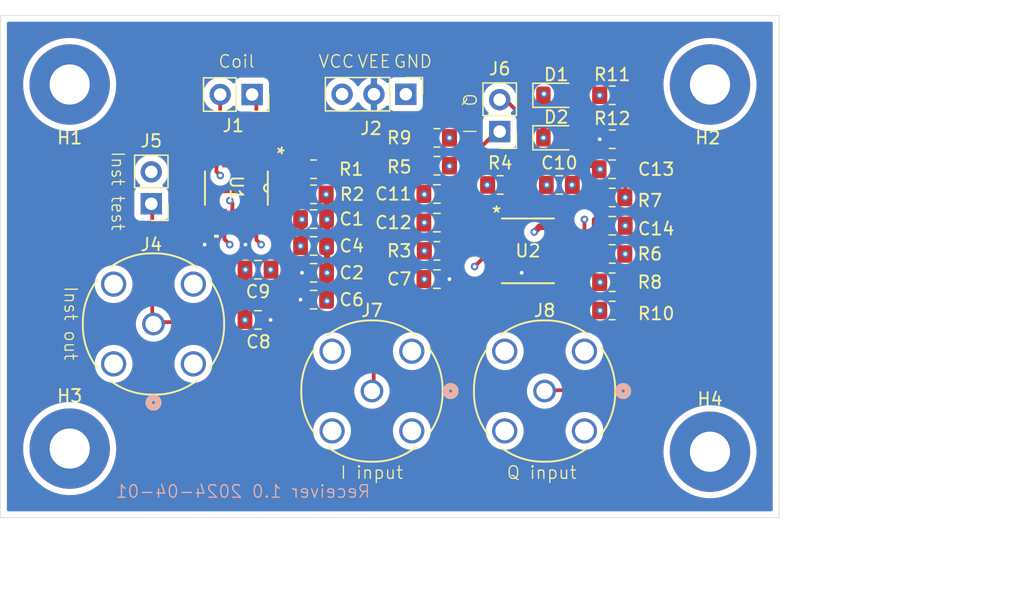
<source format=kicad_pcb>
(kicad_pcb (version 20240108) (generator "pcbnew") (generator_version "8.0")
  (layers (0 "F.Cu" signal) (1 "In1.Cu" power "GND") (2 "In2.Cu" power "VCC") (31 "B.Cu" power "VEE") (34 "B.Paste" user) (35 "F.Paste" user) (36 "B.SilkS" user "B.Silkscreen") (37 "F.SilkS" user "F.Silkscreen") (38 "B.Mask" user) (39 "F.Mask" user) (44 "Edge.Cuts" user))
  (net 0 "")
  (net 1 "GND")
  (net 2 "VCC")
  (net 3 "VEE")
  (net 4 "/I_Filter_Out")
  (net 5 "Net-(C11-Pad2)")
  (net 6 "Net-(U2--INA)")
  (net 7 "/Q_Filter_Out")
  (net 8 "Net-(C13-Pad2)")
  (net 9 "Net-(U2--INB)")
  (net 10 "/INB")
  (net 11 "/INA")
  (net 12 "/Inst_Out")
  (net 13 "/I_Filter_In")
  (net 14 "/Q_Filter_In")
  (net 15 "Net-(U1-OUTA)")
  (net 16 "Net-(U1-INC+)")
  (net 17 "Net-(U2-+INA)")
  (net 18 "Net-(U2-+INB)")
  (net 19 "Net-(U1-INC-)")
  (net 20 "Net-(U1-INA-)")
  (net 24 "Net-(D1-A)")
  (net 25 "Net-(D2-A)")
  (footprint "MountingHole:MountingHole_3.2mm_M3_Pad" (layer "F.Cu") (at 194.5 70.5)
    (property "Reference" "H2" (at -0.175 4.25 0) (layer "F.SilkS"))
    (property "Value" "MountingHole")
    (pad "1" thru_hole circle (at 0 0) (size 6.4 6.4) (drill 3.2) (layers "*.Cu" "*.Mask"))
  )
  (footprint "Capacitor_SMD:C_0805_2012Metric_Pad1.18x1.45mm_HandSolder" (layer "F.Cu") (at 158.5 85.25 180)
    (property "Reference" "C9" (at 0 -1.75 180) (layer "F.SilkS"))
    (property "Value" "6.8u")
    (fp_line (start -0.261252 0.735) (end 0.261252 0.735) (stroke (width 0.12)) (layer "F.SilkS"))
    (fp_line (start -0.261252 -0.735) (end 0.261252 -0.735) (stroke (width 0.12)) (layer "F.SilkS"))
    (pad "1" smd roundrect (at -1.0375 0 180) (size 1.175 1.45) (layers "F.Cu" "F.Paste" "F.Mask") (roundrect_rratio 0.212766) (net 2 "VCC"))
    (pad "2" smd roundrect (at 1.0375 0 180) (size 1.175 1.45) (layers "F.Cu" "F.Paste" "F.Mask") (roundrect_rratio 0.212766) (net 1 "GND"))
  )
  (footprint "Connector_PinHeader_2.54mm:PinHeader_1x02_P2.54mm_Vertical" (layer "F.Cu") (at 177.75 74.25 180)
    (property "Reference" "J6" (at 0 5 180) (layer "F.SilkS"))
    (property "Value" "Conn_01x02")
    (fp_line (start 1.33 1.27) (end 1.33 3.87) (stroke (width 0.12)) (layer "F.SilkS"))
    (fp_line (start -1.33 3.87) (end 1.33 3.87) (stroke (width 0.12)) (layer "F.SilkS"))
    (fp_line (start -1.33 1.27) (end 1.33 1.27) (stroke (width 0.12)) (layer "F.SilkS"))
    (fp_line (start -1.33 1.27) (end -1.33 3.87) (stroke (width 0.12)) (layer "F.SilkS"))
    (fp_line (start -1.33 0) (end -1.33 -1.33) (stroke (width 0.12)) (layer "F.SilkS"))
    (fp_line (start -1.33 -1.33) (end 0 -1.33) (stroke (width 0.12)) (layer "F.SilkS"))
    (pad "1" thru_hole rect (at 0 0 180) (size 1.7 1.7) (drill 1) (layers "*.Cu" "*.Mask") (net 4 "/I_Filter_Out"))
    (pad "2" thru_hole oval (at 0 2.54 180) (size 1.7 1.7) (drill 1) (layers "*.Cu" "*.Mask") (net 7 "/Q_Filter_Out"))
  )
  (footprint "Resistor_SMD:R_0805_2012Metric_Pad1.20x1.40mm_HandSolder" (layer "F.Cu") (at 172.75 74.75 180)
    (property "Reference" "R9" (at 3 0 180) (layer "F.SilkS"))
    (property "Value" "50")
    (fp_line (start -0.227064 0.735) (end 0.227064 0.735) (stroke (width 0.12)) (layer "F.SilkS"))
    (fp_line (start -0.227064 -0.735) (end 0.227064 -0.735) (stroke (width 0.12)) (layer "F.SilkS"))
    (pad "1" smd roundrect (at -1 0 180) (size 1.2 1.4) (layers "F.Cu" "F.Paste" "F.Mask") (roundrect_rratio 0.208333) (net 1 "GND"))
    (pad "2" smd roundrect (at 1 0 180) (size 1.2 1.4) (layers "F.Cu" "F.Paste" "F.Mask") (roundrect_rratio 0.208333) (net 13 "/I_Filter_In"))
  )
  (footprint "Capacitor_SMD:C_0805_2012Metric_Pad1.18x1.45mm_HandSolder" (layer "F.Cu") (at 172.75 86 180)
    (property "Reference" "C7" (at 3 0 180) (layer "F.SilkS"))
    (property "Value" "0.1u")
    (fp_line (start -0.261252 0.735) (end 0.261252 0.735) (stroke (width 0.12)) (layer "F.SilkS"))
    (fp_line (start -0.261252 -0.735) (end 0.261252 -0.735) (stroke (width 0.12)) (layer "F.SilkS"))
    (pad "1" smd roundrect (at -1.0375 0 180) (size 1.175 1.45) (layers "F.Cu" "F.Paste" "F.Mask") (roundrect_rratio 0.212766) (net 3 "VEE"))
    (pad "2" smd roundrect (at 1.0375 0 180) (size 1.175 1.45) (layers "F.Cu" "F.Paste" "F.Mask") (roundrect_rratio 0.212766) (net 1 "GND"))
  )
  (footprint "Capacitor_SMD:C_0805_2012Metric_Pad1.18x1.45mm_HandSolder" (layer "F.Cu") (at 182.5 78.5)
    (property "Reference" "C10" (at 0 -1.75 0) (layer "F.SilkS"))
    (property "Value" "0.1u")
    (fp_line (start -0.261252 -0.735) (end 0.261252 -0.735) (stroke (width 0.12)) (layer "F.SilkS"))
    (fp_line (start -0.261252 0.735) (end 0.261252 0.735) (stroke (width 0.12)) (layer "F.SilkS"))
    (pad "1" smd roundrect (at -1.0375 0) (size 1.175 1.45) (layers "F.Cu" "F.Paste" "F.Mask") (roundrect_rratio 0.212766) (net 2 "VCC"))
    (pad "2" smd roundrect (at 1.0375 0) (size 1.175 1.45) (layers "F.Cu" "F.Paste" "F.Mask") (roundrect_rratio 0.212766) (net 1 "GND"))
  )
  (footprint "Resistor_SMD:R_0805_2012Metric_Pad1.20x1.40mm_HandSolder" (layer "F.Cu") (at 186.7125 71.36)
    (property "Reference" "R11" (at 0 -1.65 0) (layer "F.SilkS"))
    (property "Value" "4.7k")
    (fp_line (start -0.227064 -0.735) (end 0.227064 -0.735) (stroke (width 0.12)) (layer "F.SilkS"))
    (fp_line (start -0.227064 0.735) (end 0.227064 0.735) (stroke (width 0.12)) (layer "F.SilkS"))
    (pad "1" smd roundrect (at -1 0) (size 1.2 1.4) (layers "F.Cu" "F.Paste" "F.Mask") (roundrect_rratio 0.208333) (net 2 "VCC"))
    (pad "2" smd roundrect (at 1 0) (size 1.2 1.4) (layers "F.Cu" "F.Paste" "F.Mask") (roundrect_rratio 0.208333) (net 24 "Net-(D1-A)"))
  )
  (footprint "Resistor_SMD:R_0805_2012Metric_Pad1.20x1.40mm_HandSolder" (layer "F.Cu") (at 186.7125 79.5)
    (property "Reference" "R7" (at 3 0.25 0) (layer "F.SilkS"))
    (property "Value" "10k")
    (fp_line (start -0.227064 -0.735) (end 0.227064 -0.735) (stroke (width 0.12)) (layer "F.SilkS"))
    (fp_line (start -0.227064 0.735) (end 0.227064 0.735) (stroke (width 0.12)) (layer "F.SilkS"))
    (pad "1" smd roundrect (at -1 0) (size 1.2 1.4) (layers "F.Cu" "F.Paste" "F.Mask") (roundrect_rratio 0.208333) (net 9 "Net-(U2--INB)"))
    (pad "2" smd roundrect (at 1 0) (size 1.2 1.4) (layers "F.Cu" "F.Paste" "F.Mask") (roundrect_rratio 0.208333) (net 8 "Net-(C13-Pad2)"))
  )
  (footprint "Capacitor_SMD:C_0805_2012Metric_Pad1.18x1.45mm_HandSolder" (layer "F.Cu") (at 162.925 81.22131)
    (property "Reference" "C1" (at 3.0375 0 0) (layer "F.SilkS"))
    (property "Value" "0.1u")
    (fp_line (start -0.261252 -0.735) (end 0.261252 -0.735) (stroke (width 0.12)) (layer "F.SilkS"))
    (fp_line (start -0.261252 0.735) (end 0.261252 0.735) (stroke (width 0.12)) (layer "F.SilkS"))
    (pad "1" smd roundrect (at -1.0375 0) (size 1.175 1.45) (layers "F.Cu" "F.Paste" "F.Mask") (roundrect_rratio 0.212766) (net 2 "VCC"))
    (pad "2" smd roundrect (at 1.0375 0) (size 1.175 1.45) (layers "F.Cu" "F.Paste" "F.Mask") (roundrect_rratio 0.212766) (net 1 "GND"))
  )
  (footprint "Resistor_SMD:R_0805_2012Metric_Pad1.20x1.40mm_HandSolder" (layer "F.Cu") (at 172.75 76.97)
    (property "Reference" "R5" (at -3 0.1 0) (layer "F.SilkS"))
    (property "Value" "10k")
    (fp_line (start -0.227064 -0.735) (end 0.227064 -0.735) (stroke (width 0.12)) (layer "F.SilkS"))
    (fp_line (start -0.227064 0.735) (end 0.227064 0.735) (stroke (width 0.12)) (layer "F.SilkS"))
    (pad "1" smd roundrect (at -1 0) (size 1.2 1.4) (layers "F.Cu" "F.Paste" "F.Mask") (roundrect_rratio 0.208333) (net 13 "/I_Filter_In"))
    (pad "2" smd roundrect (at 1 0) (size 1.2 1.4) (layers "F.Cu" "F.Paste" "F.Mask") (roundrect_rratio 0.208333) (net 5 "Net-(C11-Pad2)"))
  )
  (footprint "OPA3692 SSOP:DBQ16" (layer "F.Cu") (at 156.7775 78.75 -90)
    (property "Reference" "U1" (at 0 0 -90) (layer "F.SilkS"))
    (property "Value" "OPA3692ID")
    (fp_line (start -1.334151 2.5019) (end 1.334151 2.5019) (stroke (width 0.1524)) (layer "F.SilkS"))
    (fp_line (start 1.334151 -2.5019) (end -1.334151 -2.5019) (stroke (width 0.1524)) (layer "F.SilkS"))
    (fp_arc (start 0.3048 -2.5019) (mid 0 -2.1971) (end -0.3048 -2.5019) (stroke (width 0.1524)) (layer "F.SilkS"))
    (fp_poly (pts (xy 3.9624 1.397) (xy 3.9624 1.778) (xy 3.7084 1.778) (xy 3.7084 1.397)) (fill solid) (layer "F.SilkS"))
    (fp_text user "*" (at -3 -3.2225 -90) (layer "F.SilkS"))
    (pad "1" smd rect (at -2.5527 -2.2225 270) (size 1.8034 0.3556) (layers "F.Cu" "F.Paste" "F.Mask") (net 20 "Net-(U1-INA-)"))
    (pad "2" smd rect (at -2.5527 -1.5875 270) (size 1.8034 0.3556) (layers "F.Cu" "F.Paste" "F.Mask") (net 11 "/INA"))
    (pad "3" smd rect (at -2.5527 -0.9525 270) (size 1.8034 0.3556) (layers "F.Cu" "F.Paste" "F.Mask"))
    (pad "4" smd rect (at -2.5527 -0.3175 270) (size 1.8034 0.3556) (layers "F.Cu" "F.Paste" "F.Mask") (net 20 "Net-(U1-INA-)"))
    (pad "5" smd rect (at -2.5527 0.3175 270) (size 1.8034 0.3556) (layers "F.Cu" "F.Paste" "F.Mask") (net 10 "/INB"))
    (pad "6" smd rect (at -2.5527 0.9525 270) (size 1.8034 0.3556) (layers "F.Cu" "F.Paste" "F.Mask"))
    (pad "7" smd rect (at -2.5527 1.5875 270) (size 1.8034 0.3556) (layers "F.Cu" "F.Paste" "F.Mask") (net 19 "Net-(U1-INC-)"))
    (pad "8" smd rect (at -2.5527 2.2225 270) (size 1.8034 0.3556) (layers "F.Cu" "F.Paste" "F.Mask") (net 16 "Net-(U1-INC+)"))
    (pad "9" smd rect (at 2.5527 2.2225 270) (size 1.8034 0.3556) (layers "F.Cu" "F.Paste" "F.Mask") (net 3 "VEE"))
    (pad "10" smd rect (at 2.5527 1.5875 270) (size 1.8034 0.3556) (layers "F.Cu" "F.Paste" "F.Mask") (net 12 "/Inst_Out"))
    (pad "11" smd rect (at 2.5527 0.9525 270) (size 1.8034 0.3556) (layers "F.Cu" "F.Paste" "F.Mask") (net 2 "VCC"))
    (pad "12" smd rect (at 2.5527 0.3175 270) (size 1.8034 0.3556) (layers "F.Cu" "F.Paste" "F.Mask") (net 19 "Net-(U1-INC-)"))
    (pad "13" smd rect (at 2.5527 -0.3175 270) (size 1.8034 0.3556) (layers "F.Cu" "F.Paste" "F.Mask") (net 3 "VEE"))
    (pad "14" smd rect (at 2.5527 -0.9525 270) (size 1.8034 0.3556) (layers "F.Cu" "F.Paste" "F.Mask") (net 15 "Net-(U1-OUTA)"))
    (pad "15" smd rect (at 2.5527 -1.5875 270) (size 1.8034 0.3556) (layers "F.Cu" "F.Paste" "F.Mask") (net 2 "VCC"))
    (pad "16" smd rect (at 2.5527 -2.2225 270) (size 1.8034 0.3556) (layers "F.Cu" "F.Paste" "F.Mask"))
  )
  (footprint "AD8692:R-8_ADI" (layer "F.Cu") (at 180 83.75)
    (property "Reference" "U2" (at 0 0 0) (layer "F.SilkS"))
    (property "Value" "AD8692ARZ")
    (fp_line (start -2.077 2.577) (end 2.077 2.577) (stroke (width 0.1524)) (layer "F.SilkS"))
    (fp_line (start 2.077 -2.577) (end -2.077 -2.577) (stroke (width 0.1524)) (layer "F.SilkS"))
    (fp_text user "*" (at -2.5 -3 0) (layer "F.SilkS"))
    (pad "1" smd rect (at -2.464999 -1.905) (size 1.9812 0.5508) (layers "F.Cu" "F.Paste" "F.Mask") (net 4 "/I_Filter_Out"))
    (pad "2" smd rect (at -2.464999 -0.635) (size 1.9812 0.5508) (layers "F.Cu" "F.Paste" "F.Mask") (net 6 "Net-(U2--INA)"))
    (pad "3" smd rect (at -2.464999 0.635) (size 1.9812 0.5508) (layers "F.Cu" "F.Paste" "F.Mask") (net 17 "Net-(U2-+INA)"))
    (pad "4" smd rect (at -2.464999 1.905) (size 1.9812 0.5508) (layers "F.Cu" "F.Paste" "F.Mask") (net 3 "VEE"))
    (pad "5" smd rect (at 2.464999 1.905) (size 1.9812 0.5508) (layers "F.Cu" "F.Paste" "F.Mask") (net 18 "Net-(U2-+INB)"))
    (pad "6" smd rect (at 2.464999 0.635) (size 1.9812 0.5508) (layers "F.Cu" "F.Paste" "F.Mask") (net 9 "Net-(U2--INB)"))
    (pad "7" smd rect (at 2.464999 -0.635) (size 1.9812 0.5508) (layers "F.Cu" "F.Paste" "F.Mask") (net 7 "/Q_Filter_Out"))
    (pad "8" smd rect (at 2.464999 -1.905) (size 1.9812 0.5508) (layers "F.Cu" "F.Paste" "F.Mask") (net 2 "VCC"))
  )
  (footprint "Capacitor_SMD:C_0805_2012Metric_Pad1.18x1.45mm_HandSolder" (layer "F.Cu") (at 186.7125 81.75)
    (property "Reference" "C14" (at 3.5 0.25 0) (layer "F.SilkS"))
    (property "Value" "113n")
    (fp_line (start -0.261252 -0.735) (end 0.261252 -0.735) (stroke (width 0.12)) (layer "F.SilkS"))
    (fp_line (start -0.261252 0.735) (end 0.261252 0.735) (stroke (width 0.12)) (layer "F.SilkS"))
    (pad "1" smd roundrect (at -1.0375 0) (size 1.175 1.45) (layers "F.Cu" "F.Paste" "F.Mask") (roundrect_rratio 0.212766) (net 9 "Net-(U2--INB)"))
    (pad "2" smd roundrect (at 1.0375 0) (size 1.175 1.45) (layers "F.Cu" "F.Paste" "F.Mask") (roundrect_rratio 0.212766) (net 1 "GND"))
  )
  (footprint "LED_SMD:LED_0805_2012Metric_Pad1.15x1.40mm_HandSolder" (layer "F.Cu") (at 182.255 74.745)
    (property "Reference" "D2" (at 0 -1.65 0) (layer "F.SilkS"))
    (property "Value" "LED")
    (fp_line (start -1.86 -0.96) (end -1.86 0.96) (stroke (width 0.12)) (layer "F.SilkS"))
    (fp_line (start -1.86 0.96) (end 1 0.96) (stroke (width 0.12)) (layer "F.SilkS"))
    (fp_line (start 1 -0.96) (end -1.86 -0.96) (stroke (width 0.12)) (layer "F.SilkS"))
    (pad "1" smd roundrect (at -1.025 0) (size 1.15 1.4) (layers "F.Cu" "F.Paste" "F.Mask") (roundrect_rratio 0.217391) (net 1 "GND"))
    (pad "2" smd roundrect (at 1.025 0) (size 1.15 1.4) (layers "F.Cu" "F.Paste" "F.Mask") (roundrect_rratio 0.217391) (net 25 "Net-(D2-A)"))
  )
  (footprint "BNC 112404:CONN_112404_AMP" (layer "F.Cu") (at 150.175 89.575 -90)
    (property "Reference" "J4" (at -6.325 0.175 0) (layer "F.SilkS"))
    (property "Value" "Conn_Coaxial")
    (fp_circle (center 6.2611 0) (end 6.6421 0) (stroke (width 0.508)) (fill none) (layer "B.SilkS"))
    (fp_line (start -0.127 5.6261) (end 0.127 5.6261) (stroke (width 0.1524)) (layer "F.SilkS"))
    (fp_line (start 5.6261 0.127) (end 5.6261 -0.127) (stroke (width 0.1524)) (layer "F.SilkS"))
    (fp_line (start -5.6261 -0.127) (end -5.6261 0.127) (stroke (width 0.1524)) (layer "F.SilkS"))
    (fp_line (start 0.127 -5.6261) (end -0.127 -5.6261) (stroke (width 0.1524)) (layer "F.SilkS"))
    (fp_arc (start -0.126996 5.6261) (mid -1.908925 5.329389) (end -3.49856 4.47127) (stroke (width 0.1524)) (layer "F.SilkS"))
    (fp_arc (start 3.498563 4.471268) (mid 1.908928 5.329387) (end 0.127 5.6261) (stroke (width 0.1524)) (layer "F.SilkS"))
    (fp_arc (start -4.471268 3.498563) (mid -5.329387 1.908928) (end -5.6261 0.127) (stroke (width 0.1524)) (layer "F.SilkS"))
    (fp_arc (start 5.6261 0.127) (mid 5.329388 1.908926) (end 4.471271 3.498559) (stroke (width 0.1524)) (layer "F.SilkS"))
    (fp_arc (start -5.6261 -0.126996) (mid -5.329389 -1.908925) (end -4.47127 -3.49856) (stroke (width 0.1524)) (layer "F.SilkS"))
    (fp_arc (start 4.471268 -3.498563) (mid 5.329387 -1.908928) (end 5.6261 -0.127) (stroke (width 0.1524)) (layer "F.SilkS"))
    (fp_arc (start -3.498563 -4.471268) (mid -1.908928 -5.329387) (end -0.127 -5.6261) (stroke (width 0.1524)) (layer "F.SilkS"))
    (fp_arc (start 0.127 -5.6261) (mid 1.908928 -5.329387) (end 3.498563 -4.471268) (stroke (width 0.1524)) (layer "F.SilkS"))
    (fp_circle (center 6.2611 0) (end 6.6421 0) (stroke (width 0.508)) (fill none) (layer "F.SilkS"))
    (pad "1" thru_hole circle (at 0 0 270) (size 1.8034 1.8034) (drill 1.2954) (layers "*.Cu" "*.Mask") (net 12 "/Inst_Out"))
    (pad "2" thru_hole circle (at -3.175 -3.175 270) (size 2.0066 2.0066) (drill 1.4986) (layers "*.Cu" "*.Mask") (net 1 "GND"))
    (pad "3" thru_hole circle (at 3.175 -3.175 270) (size 2.0066 2.0066) (drill 1.4986) (layers "*.Cu" "*.Mask") (net 1 "GND"))
    (pad "4" thru_hole circle (at -3.175 3.175 270) (size 2.0066 2.0066) (drill 1.4986) (layers "*.Cu" "*.Mask") (net 1 "GND"))
    (pad "5" thru_hole circle (at 3.175 3.175 270) (size 2.0066 2.0066) (drill 1.4986) (layers "*.Cu" "*.Mask") (net 1 "GND"))
  )
  (footprint "Resistor_SMD:R_0805_2012Metric_Pad1.20x1.40mm_HandSolder" (layer "F.Cu") (at 186.7125 84)
    (property "Reference" "R6" (at 3 0 0) (layer "F.SilkS"))
    (property "Value" "20k")
    (fp_line (start -0.227064 -0.735) (end 0.227064 -0.735) (stroke (width 0.12)) (layer "F.SilkS"))
    (fp_line (start -0.227064 0.735) (end 0.227064 0.735) (stroke (width 0.12)) (layer "F.SilkS"))
    (pad "1" smd roundrect (at -1 0) (size 1.2 1.4) (layers "F.Cu" "F.Paste" "F.Mask") (roundrect_rratio 0.208333) (net 18 "Net-(U2-+INB)"))
    (pad "2" smd roundrect (at 1 0) (size 1.2 1.4) (layers "F.Cu" "F.Paste" "F.Mask") (roundrect_rratio 0.208333) (net 7 "/Q_Filter_Out"))
  )
  (footprint "Resistor_SMD:R_0805_2012Metric_Pad1.20x1.40mm_HandSolder" (layer "F.Cu") (at 177.7875 78.5)
    (property "Reference" "R4" (at 0 -1.75 0) (layer "F.SilkS"))
    (property "Value" "10k")
    (fp_line (start -0.227064 -0.735) (end 0.227064 -0.735) (stroke (width 0.12)) (layer "F.SilkS"))
    (fp_line (start -0.227064 0.735) (end 0.227064 0.735) (stroke (width 0.12)) (layer "F.SilkS"))
    (pad "1" smd roundrect (at -1 0) (size 1.2 1.4) (layers "F.Cu" "F.Paste" "F.Mask") (roundrect_rratio 0.208333) (net 5 "Net-(C11-Pad2)"))
    (pad "2" smd roundrect (at 1 0) (size 1.2 1.4) (layers "F.Cu" "F.Paste" "F.Mask") (roundrect_rratio 0.208333) (net 6 "Net-(U2--INA)"))
  )
  (footprint "Resistor_SMD:R_0805_2012Metric_Pad1.20x1.40mm_HandSolder" (layer "F.Cu") (at 172.75 83.75 180)
    (property "Reference" "R3" (at 3 0 180) (layer "F.SilkS"))
    (property "Value" "20k")
    (fp_line (start -0.227064 0.735) (end 0.227064 0.735) (stroke (width 0.12)) (layer "F.SilkS"))
    (fp_line (start -0.227064 -0.735) (end 0.227064 -0.735) (stroke (width 0.12)) (layer "F.SilkS"))
    (pad "1" smd roundrect (at -1 0 180) (size 1.2 1.4) (layers "F.Cu" "F.Paste" "F.Mask") (roundrect_rratio 0.208333) (net 4 "/I_Filter_Out"))
    (pad "2" smd roundrect (at 1 0 180) (size 1.2 1.4) (layers "F.Cu" "F.Paste" "F.Mask") (roundrect_rratio 0.208333) (net 17 "Net-(U2-+INA)"))
  )
  (footprint "LED_SMD:LED_0805_2012Metric_Pad1.15x1.40mm_HandSolder" (layer "F.Cu") (at 182.255 71.36)
    (property "Reference" "D1" (at 0 -1.65 0) (layer "F.SilkS"))
    (property "Value" "LED")
    (fp_line (start -1.86 -0.96) (end -1.86 0.96) (stroke (width 0.12)) (layer "F.SilkS"))
    (fp_line (start -1.86 0.96) (end 1 0.96) (stroke (width 0.12)) (layer "F.SilkS"))
    (fp_line (start 1 -0.96) (end -1.86 -0.96) (stroke (width 0.12)) (layer "F.SilkS"))
    (pad "1" smd roundrect (at -1.025 0) (size 1.15 1.4) (layers "F.Cu" "F.Paste" "F.Mask") (roundrect_rratio 0.217391) (net 1 "GND"))
    (pad "2" smd roundrect (at 1.025 0) (size 1.15 1.4) (layers "F.Cu" "F.Paste" "F.Mask") (roundrect_rratio 0.217391) (net 24 "Net-(D1-A)"))
  )
  (footprint "BNC 112404:CONN_112404_AMP" (layer "F.Cu") (at 181.325 94.9164)
    (property "Reference" "J8" (at 0 -6.4164 0) (layer "F.SilkS"))
    (property "Value" "Conn_Coaxial")
    (fp_circle (center 6.2611 0) (end 6.6421 0) (stroke (width 0.508)) (fill none) (layer "B.SilkS"))
    (fp_line (start -5.6261 -0.127) (end -5.6261 0.127) (stroke (width 0.1524)) (layer "F.SilkS"))
    (fp_line (start -0.127 5.6261) (end 0.127 5.6261) (stroke (width 0.1524)) (layer "F.SilkS"))
    (fp_line (start 0.127 -5.6261) (end -0.127 -5.6261) (stroke (width 0.1524)) (layer "F.SilkS"))
    (fp_line (start 5.6261 0.127) (end 5.6261 -0.127) (stroke (width 0.1524)) (layer "F.SilkS"))
    (fp_arc (start -5.6261 -0.126996) (mid -5.329389 -1.908925) (end -4.47127 -3.49856) (stroke (width 0.1524)) (layer "F.SilkS"))
    (fp_arc (start -4.471268 3.498563) (mid -5.329387 1.908928) (end -5.6261 0.127) (stroke (width 0.1524)) (layer "F.SilkS"))
    (fp_arc (start -3.498563 -4.471268) (mid -1.908928 -5.329387) (end -0.127 -5.6261) (stroke (width 0.1524)) (layer "F.SilkS"))
    (fp_arc (start -0.126996 5.6261) (mid -1.908925 5.329389) (end -3.49856 4.47127) (stroke (width 0.1524)) (layer "F.SilkS"))
    (fp_arc (start 0.127 -5.6261) (mid 1.908928 -5.329387) (end 3.498563 -4.471268) (stroke (width 0.1524)) (layer "F.SilkS"))
    (fp_arc (start 3.498563 4.471268) (mid 1.908928 5.329387) (end 0.127 5.6261) (stroke (width 0.1524)) (layer "F.SilkS"))
    (fp_arc (start 4.471268 -3.498563) (mid 5.329387 -1.908928) (end 5.6261 -0.127) (stroke (width 0.1524)) (layer "F.SilkS"))
    (fp_arc (start 5.6261 0.127) (mid 5.329388 1.908926) (end 4.471271 3.498559) (stroke (width 0.1524)) (layer "F.SilkS"))
    (fp_circle (center 6.2611 0) (end 6.6421 0) (stroke (width 0.508)) (fill none) (layer "F.SilkS"))
    (pad "1" thru_hole circle (at 0 0) (size 1.8034 1.8034) (drill 1.2954) (layers "*.Cu" "*.Mask") (net 14 "/Q_Filter_In"))
    (pad "2" thru_hole circle (at -3.175 -3.175) (size 2.0066 2.0066) (drill 1.4986) (layers "*.Cu" "*.Mask") (net 1 "GND"))
    (pad "3" thru_hole circle (at 3.175 -3.175) (size 2.0066 2.0066) (drill 1.4986) (layers "*.Cu" "*.Mask") (net 1 "GND"))
    (pad "4" thru_hole circle (at -3.175 3.175) (size 2.0066 2.0066) (drill 1.4986) (layers "*.Cu" "*.Mask") (net 1 "GND"))
    (pad "5" thru_hole circle (at 3.175 3.175) (size 2.0066 2.0066) (drill 1.4986) (layers "*.Cu" "*.Mask") (net 1 "GND"))
  )
  (footprint "Resistor_SMD:R_0805_2012Metric_Pad1.20x1.40mm_HandSolder" (layer "F.Cu") (at 186.7125 74.86)
    (property "Reference" "R12" (at 0 -1.65 0) (layer "F.SilkS"))
    (property "Value" "4.7k")
    (fp_line (start -0.227064 -0.735) (end 0.227064 -0.735) (stroke (width 0.12)) (layer "F.SilkS"))
    (fp_line (start -0.227064 0.735) (end 0.227064 0.735) (stroke (width 0.12)) (layer "F.SilkS"))
    (pad "1" smd roundrect (at -1 0) (size 1.2 1.4) (layers "F.Cu" "F.Paste" "F.Mask") (roundrect_rratio 0.208333) (net 3 "VEE"))
    (pad "2" smd roundrect (at 1 0) (size 1.2 1.4) (layers "F.Cu" "F.Paste" "F.Mask") (roundrect_rratio 0.208333) (net 25 "Net-(D2-A)"))
  )
  (footprint "Capacitor_SMD:C_0805_2012Metric_Pad1.18x1.45mm_HandSolder" (layer "F.Cu") (at 162.925 83.360655)
    (property "Reference" "C4" (at 3.0375 0 0) (layer "F.SilkS"))
    (property "Value" "0.1u")
    (fp_line (start -0.261252 -0.735) (end 0.261252 -0.735) (stroke (width 0.12)) (layer "F.SilkS"))
    (fp_line (start -0.261252 0.735) (end 0.261252 0.735) (stroke (width 0.12)) (layer "F.SilkS"))
    (pad "1" smd roundrect (at -1.0375 0) (size 1.175 1.45) (layers "F.Cu" "F.Paste" "F.Mask") (roundrect_rratio 0.212766) (net 2 "VCC"))
    (pad "2" smd roundrect (at 1.0375 0) (size 1.175 1.45) (layers "F.Cu" "F.Paste" "F.Mask") (roundrect_rratio 0.212766) (net 1 "GND"))
  )
  (footprint "Capacitor_SMD:C_0805_2012Metric_Pad1.18x1.45mm_HandSolder" (layer "F.Cu") (at 162.925 85.5)
    (property "Reference" "C2" (at 3.0375 0 0) (layer "F.SilkS"))
    (property "Value" "0.1u")
    (fp_line (start -0.261252 -0.735) (end 0.261252 -0.735) (stroke (width 0.12)) (layer "F.SilkS"))
    (fp_line (start -0.261252 0.735) (end 0.261252 0.735) (stroke (width 0.12)) (layer "F.SilkS"))
    (pad "1" smd roundrect (at -1.0375 0) (size 1.175 1.45) (layers "F.Cu" "F.Paste" "F.Mask") (roundrect_rratio 0.212766) (net 3 "VEE"))
    (pad "2" smd roundrect (at 1.0375 0) (size 1.175 1.45) (layers "F.Cu" "F.Paste" "F.Mask") (roundrect_rratio 0.212766) (net 1 "GND"))
  )
  (footprint "Capacitor_SMD:C_0805_2012Metric_Pad1.18x1.45mm_HandSolder" (layer "F.Cu") (at 158.5 89.25 180)
    (property "Reference" "C8" (at -0.0375 -1.75 180) (layer "F.SilkS"))
    (property "Value" "6.8u")
    (fp_line (start -0.261252 0.735) (end 0.261252 0.735) (stroke (width 0.12)) (layer "F.SilkS"))
    (fp_line (start -0.261252 -0.735) (end 0.261252 -0.735) (stroke (width 0.12)) (layer "F.SilkS"))
    (pad "1" smd roundrect (at -1.0375 0 180) (size 1.175 1.45) (layers "F.Cu" "F.Paste" "F.Mask") (roundrect_rratio 0.212766) (net 3 "VEE"))
    (pad "2" smd roundrect (at 1.0375 0 180) (size 1.175 1.45) (layers "F.Cu" "F.Paste" "F.Mask") (roundrect_rratio 0.212766) (net 1 "GND"))
  )
  (footprint "Resistor_SMD:R_0805_2012Metric_Pad1.20x1.40mm_HandSolder" (layer "F.Cu") (at 186.7125 88.5)
    (property "Reference" "R10" (at 3.5 0.25 0) (layer "F.SilkS"))
    (property "Value" "50")
    (fp_line (start -0.227064 -0.735) (end 0.227064 -0.735) (stroke (width 0.12)) (layer "F.SilkS"))
    (fp_line (start -0.227064 0.735) (end 0.227064 0.735) (stroke (width 0.12)) (layer "F.SilkS"))
    (pad "1" smd roundrect (at -1 0) (size 1.2 1.4) (layers "F.Cu" "F.Paste" "F.Mask") (roundrect_rratio 0.208333) (net 1 "GND"))
    (pad "2" smd roundrect (at 1 0) (size 1.2 1.4) (layers "F.Cu" "F.Paste" "F.Mask") (roundrect_rratio 0.208333) (net 14 "/Q_Filter_In"))
  )
  (footprint "Resistor_SMD:R_0805_2012Metric_Pad1.20x1.40mm_HandSolder" (layer "F.Cu") (at 162.925 77.25 180)
    (property "Reference" "R1" (at -3 0 180) (layer "F.SilkS"))
    (property "Value" "200 ")
    (fp_line (start -0.227064 0.735) (end 0.227064 0.735) (stroke (width 0.12)) (layer "F.SilkS"))
    (fp_line (start -0.227064 -0.735) (end 0.227064 -0.735) (stroke (width 0.12)) (layer "F.SilkS"))
    (pad "1" smd roundrect (at -1 0 180) (size 1.2 1.4) (layers "F.Cu" "F.Paste" "F.Mask") (roundrect_rratio 0.208333) (net 15 "Net-(U1-OUTA)"))
    (pad "2" smd roundrect (at 1 0 180) (size 1.2 1.4) (layers "F.Cu" "F.Paste" "F.Mask") (roundrect_rratio 0.208333) (net 16 "Net-(U1-INC+)"))
  )
  (footprint "Connector_PinHeader_2.54mm:PinHeader_1x02_P2.54mm_Vertical" (layer "F.Cu") (at 150 80 180)
    (property "Reference" "J5" (at 0 5 180) (layer "F.SilkS"))
    (property "Value" "Conn_01x02")
    (fp_line (start 1.33 1.27) (end 1.33 3.87) (stroke (width 0.12)) (layer "F.SilkS"))
    (fp_line (start -1.33 3.87) (end 1.33 3.87) (stroke (width 0.12)) (layer "F.SilkS"))
    (fp_line (start -1.33 1.27) (end 1.33 1.27) (stroke (width 0.12)) (layer "F.SilkS"))
    (fp_line (start -1.33 1.27) (end -1.33 3.87) (stroke (width 0.12)) (layer "F.SilkS"))
    (fp_line (start -1.33 0) (end -1.33 -1.33) (stroke (width 0.12)) (layer "F.SilkS"))
    (fp_line (start -1.33 -1.33) (end 0 -1.33) (stroke (width 0.12)) (layer "F.SilkS"))
    (pad "1" thru_hole rect (at 0 0 180) (size 1.7 1.7) (drill 1) (layers "*.Cu" "*.Mask") (net 12 "/Inst_Out"))
    (pad "2" thru_hole oval (at 0 2.54 180) (size 1.7 1.7) (drill 1) (layers "*.Cu" "*.Mask") (net 1 "GND"))
  )
  (footprint "Capacitor_SMD:C_0805_2012Metric_Pad1.18x1.45mm_HandSolder" (layer "F.Cu") (at 172.75 81.5 180)
    (property "Reference" "C12" (at 3.4625 0 180) (layer "F.SilkS"))
    (property "Value" "113n")
    (fp_line (start -0.261252 0.735) (end 0.261252 0.735) (stroke (width 0.12)) (layer "F.SilkS"))
    (fp_line (start -0.261252 -0.735) (end 0.261252 -0.735) (stroke (width 0.12)) (layer "F.SilkS"))
    (pad "1" smd roundrect (at -1.0375 0 180) (size 1.175 1.45) (layers "F.Cu" "F.Paste" "F.Mask") (roundrect_rratio 0.212766) (net 6 "Net-(U2--INA)"))
    (pad "2" smd roundrect (at 1.0375 0 180) (size 1.175 1.45) (layers "F.Cu" "F.Paste" "F.Mask") (roundrect_rratio 0.212766) (net 1 "GND"))
  )
  (footprint "MountingHole:MountingHole_3.2mm_M3_Pad" (layer "F.Cu") (at 143.5 99.5)
    (property "Reference" "H3" (at 0 -4.2 0) (layer "F.SilkS"))
    (property "Value" "MountingHole")
    (pad "1" thru_hole circle (at 0 0) (size 6.4 6.4) (drill 3.2) (layers "*.Cu" "*.Mask"))
  )
  (footprint "Capacitor_SMD:C_0805_2012Metric_Pad1.18x1.45mm_HandSolder" (layer "F.Cu") (at 186.7125 77.25)
    (property "Reference" "C13" (at 3.5 0 0) (layer "F.SilkS"))
    (property "Value" "226n")
    (fp_line (start -0.261252 -0.735) (end 0.261252 -0.735) (stroke (width 0.12)) (layer "F.SilkS"))
    (fp_line (start -0.261252 0.735) (end 0.261252 0.735) (stroke (width 0.12)) (layer "F.SilkS"))
    (pad "1" smd roundrect (at -1.0375 0) (size 1.175 1.45) (layers "F.Cu" "F.Paste" "F.Mask") (roundrect_rratio 0.212766) (net 7 "/Q_Filter_Out"))
    (pad "2" smd roundrect (at 1.0375 0) (size 1.175 1.45) (layers "F.Cu" "F.Paste" "F.Mask") (roundrect_rratio 0.212766) (net 8 "Net-(C13-Pad2)"))
  )
  (footprint "Resistor_SMD:R_0805_2012Metric_Pad1.20x1.40mm_HandSolder" (layer "F.Cu") (at 186.7125 86.25)
    (property "Reference" "R8" (at 3 0 0) (layer "F.SilkS"))
    (property "Value" "10k")
    (fp_line (start -0.227064 -0.735) (end 0.227064 -0.735) (stroke (width 0.12)) (layer "F.SilkS"))
    (fp_line (start -0.227064 0.735) (end 0.227064 0.735) (stroke (width 0.12)) (layer "F.SilkS"))
    (pad "1" smd roundrect (at -1 0) (size 1.2 1.4) (layers "F.Cu" "F.Paste" "F.Mask") (roundrect_rratio 0.208333) (net 8 "Net-(C13-Pad2)"))
    (pad "2" smd roundrect (at 1 0) (size 1.2 1.4) (layers "F.Cu" "F.Paste" "F.Mask") (roundrect_rratio 0.208333) (net 14 "/Q_Filter_In"))
  )
  (footprint "MountingHole:MountingHole_3.2mm_M3_Pad" (layer "F.Cu") (at 194.5 99.75)
    (property "Reference" "H4" (at 0 -4.2 0) (layer "F.SilkS"))
    (property "Value" "MountingHole")
    (pad "1" thru_hole circle (at 0 0) (size 6.4 6.4) (drill 3.2) (layers "*.Cu" "*.Mask"))
  )
  (footprint "Connector_PinHeader_2.54mm:PinHeader_1x03_P2.54mm_Vertical" (layer "F.Cu") (at 170.275 71.275 -90)
    (property "Reference" "J2" (at 2.725 2.775 180) (layer "F.SilkS"))
    (property "Value" "Conn_01x03")
    (fp_line (start -1.33 6.41) (end 1.33 6.41) (stroke (width 0.12)) (layer "F.SilkS"))
    (fp_line (start -1.33 1.27) (end -1.33 6.41) (stroke (width 0.12)) (layer "F.SilkS"))
    (fp_line (start -1.33 1.27) (end 1.33 1.27) (stroke (width 0.12)) (layer "F.SilkS"))
    (fp_line (start 1.33 1.27) (end 1.33 6.41) (stroke (width 0.12)) (layer "F.SilkS"))
    (fp_line (start -1.33 0) (end -1.33 -1.33) (stroke (width 0.12)) (layer "F.SilkS"))
    (fp_line (start -1.33 -1.33) (end 0 -1.33) (stroke (width 0.12)) (layer "F.SilkS"))
    (pad "1" thru_hole rect (at 0 0 270) (size 1.7 1.7) (drill 1) (layers "*.Cu" "*.Mask") (net 1 "GND"))
    (pad "2" thru_hole oval (at 0 2.54 270) (size 1.7 1.7) (drill 1) (layers "*.Cu" "*.Mask") (net 3 "VEE"))
    (pad "3" thru_hole oval (at 0 5.08 270) (size 1.7 1.7) (drill 1) (layers "*.Cu" "*.Mask") (net 2 "VCC"))
  )
  (footprint "Capacitor_SMD:C_0805_2012Metric_Pad1.18x1.45mm_HandSolder" (layer "F.Cu") (at 162.925 87.639346)
    (property "Reference" "C6" (at 3.0375 0 0) (layer "F.SilkS"))
    (property "Value" "0.1u")
    (fp_line (start -0.261252 -0.735) (end 0.261252 -0.735) (stroke (width 0.12)) (layer "F.SilkS"))
    (fp_line (start -0.261252 0.735) (end 0.261252 0.735) (stroke (width 0.12)) (layer "F.SilkS"))
    (pad "1" smd roundrect (at -1.0375 0) (size 1.175 1.45) (layers "F.Cu" "F.Paste" "F.Mask") (roundrect_rratio 0.212766) (net 3 "VEE"))
    (pad "2" smd roundrect (at 1.0375 0) (size 1.175 1.45) (layers "F.Cu" "F.Paste" "F.Mask") (roundrect_rratio 0.212766) (net 1 "GND"))
  )
  (footprint "Resistor_SMD:R_0805_2012Metric_Pad1.20x1.40mm_HandSolder" (layer "F.Cu") (at 162.925 79.25 180)
    (property "Reference" "R2" (at -3.075 0 180) (layer "F.SilkS"))
    (property "Value" "200")
    (fp_line (start -0.227064 0.735) (end 0.227064 0.735) (stroke (width 0.12)) (layer "F.SilkS"))
    (fp_line (start -0.227064 -0.735) (end 0.227064 -0.735) (stroke (width 0.12)) (layer "F.SilkS"))
    (pad "1" smd roundrect (at -1 0 180) (size 1.2 1.4) (layers "F.Cu" "F.Paste" "F.Mask") (roundrect_rratio 0.208333) (net 1 "GND"))
    (pad "2" smd roundrect (at 1 0 180) (size 1.2 1.4) (layers "F.Cu" "F.Paste" "F.Mask") (roundrect_rratio 0.208333) (net 15 "Net-(U1-OUTA)"))
  )
  (footprint "Capacitor_SMD:C_0805_2012Metric_Pad1.18x1.45mm_HandSolder" (layer "F.Cu") (at 172.75 79.22 180)
    (property "Reference" "C11" (at 3.4625 0 180) (layer "F.SilkS"))
    (property "Value" "226n")
    (fp_line (start -0.261252 0.735) (end 0.261252 0.735) (stroke (width 0.12)) (layer "F.SilkS"))
    (fp_line (start -0.261252 -0.735) (end 0.261252 -0.735) (stroke (width 0.12)) (layer "F.SilkS"))
    (pad "1" smd roundrect (at -1.0375 0 180) (size 1.175 1.45) (layers "F.Cu" "F.Paste" "F.Mask") (roundrect_rratio 0.212766) (net 4 "/I_Filter_Out"))
    (pad "2" smd roundrect (at 1.0375 0 180) (size 1.175 1.45) (layers "F.Cu" "F.Paste" "F.Mask") (roundrect_rratio 0.212766) (net 5 "Net-(C11-Pad2)"))
  )
  (footprint "Connector_PinSocket_2.54mm:PinSocket_1x02_P2.54mm_Vertical" (layer "F.Cu") (at 158.0275 71.3 -90)
    (property "Reference" "J1" (at 2.475 1.5 180) (layer "F.SilkS"))
    (property "Value" "Conn_01x02_Socket")
    (fp_line (start -1.33 3.87) (end 1.33 3.87) (stroke (width 0.12)) (layer "F.SilkS"))
    (fp_line (start -1.33 1.27) (end -1.33 3.87) (stroke (width 0.12)) (layer "F.SilkS"))
    (fp_line (start -1.33 1.27) (end 1.33 1.27) (stroke (width 0.12)) (layer "F.SilkS"))
    (fp_line (start 1.33 1.27) (end 1.33 3.87) (stroke (width 0.12)) (layer "F.SilkS"))
    (fp_line (start 0 -1.33) (end 1.33 -1.33) (stroke (width 0.12)) (layer "F.SilkS"))
    (fp_line (start 1.33 -1.33) (end 1.33 0) (stroke (width 0.12)) (layer "F.SilkS"))
    (pad "1" thru_hole rect (at 0 0 270) (size 1.7 1.7) (drill 1) (layers "*.Cu" "*.Mask") (net 11 "/INA"))
    (pad "2" thru_hole oval (at 0 2.54 270) (size 1.7 1.7) (drill 1) (layers "*.Cu" "*.Mask") (net 10 "/INB"))
  )
  (footprint "MountingHole:MountingHole_3.2mm_M3_Pad" (layer "F.Cu") (at 143.5 70.5)
    (property "Reference" "H1" (at 0 4.25 0) (layer "F.SilkS"))
    (property "Value" "MountingHole")
    (pad "1" thru_hole circle (at 0 0) (size 6.4 6.4) (drill 3.2) (layers "*.Cu" "*.Mask"))
  )
  (footprint "BNC 112404:CONN_112404_AMP" (layer "F.Cu") (at 167.575 94.9164)
    (property "Reference" "J7" (at 0 -6.4164 0) (layer "F.SilkS"))
    (property "Value" "Conn_Coaxial")
    (fp_circle (center 6.2611 0) (end 6.6421 0) (stroke (width 0.508)) (fill none) (layer "B.SilkS"))
    (fp_line (start -5.6261 -0.127) (end -5.6261 0.127) (stroke (width 0.1524)) (layer "F.SilkS"))
    (fp_line (start -0.127 5.6261) (end 0.127 5.6261) (stroke (width 0.1524)) (layer "F.SilkS"))
    (fp_line (start 0.127 -5.6261) (end -0.127 -5.6261) (stroke (width 0.1524)) (layer "F.SilkS"))
    (fp_line (start 5.6261 0.127) (end 5.6261 -0.127) (stroke (width 0.1524)) (layer "F.SilkS"))
    (fp_arc (start -5.6261 -0.126996) (mid -5.329389 -1.908925) (end -4.47127 -3.49856) (stroke (width 0.1524)) (layer "F.SilkS"))
    (fp_arc (start -4.471268 3.498563) (mid -5.329387 1.908928) (end -5.6261 0.127) (stroke (width 0.1524)) (layer "F.SilkS"))
    (fp_arc (start -3.498563 -4.471268) (mid -1.908928 -5.329387) (end -0.127 -5.6261) (stroke (width 0.1524)) (layer "F.SilkS"))
    (fp_arc (start -0.126996 5.6261) (mid -1.908925 5.329389) (end -3.49856 4.47127) (stroke (width 0.1524)) (layer "F.SilkS"))
    (fp_arc (start 0.127 -5.6261) (mid 1.908928 -5.329387) (end 3.498563 -4.471268) (stroke (width 0.1524)) (layer "F.SilkS"))
    (fp_arc (start 3.498563 4.471268) (mid 1.908928 5.329387) (end 0.127 5.6261) (stroke (width 0.1524)) (layer "F.SilkS"))
    (fp_arc (start 4.471268 -3.498563) (mid 5.329387 -1.908928) (end 5.6261 -0.127) (stroke (width 0.1524)) (layer "F.SilkS"))
    (fp_arc (start 5.6261 0.127) (mid 5.329388 1.908926) (end 4.471271 3.498559) (stroke (width 0.1524)) (layer "F.SilkS"))
    (fp_circle (center 6.2611 0) (end 6.6421 0) (stroke (width 0.508)) (fill none) (layer "F.SilkS"))
    (pad "1" thru_hole circle (at 0 0) (size 1.8034 1.8034) (drill 1.2954) (layers "*.Cu" "*.Mask") (net 13 "/I_Filter_In"))
    (pad "2" thru_hole circle (at -3.175 -3.175) (size 2.0066 2.0066) (drill 1.4986) (layers "*.Cu" "*.Mask") (net 1 "GND"))
    (pad "3" thru_hole circle (at 3.175 -3.175) (size 2.0066 2.0066) (drill 1.4986) (layers "*.Cu" "*.Mask") (net 1 "GND"))
    (pad "4" thru_hole circle (at -3.175 3.175) (size 2.0066 2.0066) (drill 1.4986) (layers "*.Cu" "*.Mask") (net 1 "GND"))
    (pad "5" thru_hole circle (at 3.175 3.175) (size 2.0066 2.0066) (drill 1.4986) (layers "*.Cu" "*.Mask") (net 1 "GND"))
  )
  (gr_line (start 138 65) (end 200 65) (stroke (width 0.05)) (layer "Edge.Cuts"))
  (gr_line (start 138 105) (end 200 105) (stroke (width 0.05)) (layer "Edge.Cuts"))
  (gr_line (start 200 105) (end 200 65) (stroke (width 0.05)) (layer "Edge.Cuts"))
  (gr_line (start 138 105) (end 138 65) (stroke (width 0.05)) (layer "Edge.Cuts"))
  (gr_text "Receiver 1.0 2024-04-01" (at 167.5 103.5 0) (layer "B.SilkS") (effects (font (size 1 1) (thickness 0.1)) (justify left bottom mirror)))
  (gr_text "I\n" (at 176 74.538095 90) (layer "F.SilkS") (effects (font (size 1 1) (thickness 0.1)) (justify left bottom)))
  (gr_text "GND" (at 169.25 69.25 0) (layer "F.SilkS") (effects (font (size 1 1) (thickness 0.1)) (justify left bottom)))
  (gr_text "I input" (at 165 102 0) (layer "F.SilkS") (effects (font (size 1 1) (thickness 0.1)) (justify left bottom)))
  (gr_text "Inst test" (at 146.75 75.75 -90) (layer "F.SilkS") (effects (font (size 1 1) (thickness 0.1)) (justify left bottom)))
  (gr_text "Q\n" (at 174.75 71.136191 -90) (layer "F.SilkS") (effects (font (size 1 1) (thickness 0.1)) (justify left bottom)))
  (gr_text "Q input\n" (at 178.25 102 0) (layer "F.SilkS") (effects (font (size 1 1) (thickness 0.1)) (justify left bottom)))
  (gr_text "VEE" (at 166.351667 69.25 0) (layer "F.SilkS") (effects (font (size 1 1) (thickness 0.1)) (justify left bottom)))
  (gr_text "Inst out" (at 143 86.5 -90) (layer "F.SilkS") (effects (font (size 1 1) (thickness 0.1)) (justify left bottom)))
  (gr_text "VCC" (at 163.25 69.25 0) (layer "F.SilkS") (effects (font (size 1 1) (thickness 0.1)) (justify left bottom)))
  (gr_text "Coil" (at 155.275119 69.25 0) (layer "F.SilkS") (effects (font (size 1 1) (thickness 0.1)) (justify left bottom)))
  (segment (start 164 83.5) (end 164 81.25) (width 0.5) (layer "F.Cu") (net 1))
  (segment (start 181.28 71.25) (end 181.23 74.745) (width 0.5) (layer "F.Cu") (net 1))
  (segment (start 171.7125 81.5) (end 171.75 81.5) (width 0.5) (layer "F.Cu") (net 1))
  (segment (start 164 85.5) (end 164 83.5) (width 0.5) (layer "F.Cu") (net 1))
  (segment (start 157.5 85.25) (end 157.4625 89.25) (width 0.5) (layer "F.Cu") (net 1))
  (segment (start 163.9625 87.639346) (end 164 87.75) (width 0.5) (layer "F.Cu") (net 1))
  (segment (start 163.9625 79.2875) (end 163.925 79.25) (width 0.5) (layer "F.Cu") (net 1))
  (segment (start 164 87.75) (end 164 85.5) (width 0.5) (layer "F.Cu") (net 1))
  (segment (start 171.7125 86) (end 171.75 86) (width 0.5) (layer "F.Cu") (net 1))
  (segment (start 185.7125 88.5) (end 185.75 88.5) (width 0.3) (layer "F.Cu") (net 1))
  (segment (start 164 81.25) (end 163.9625 79.2875) (width 0.5) (layer "F.Cu") (net 1))
  (segment (start 157.4625 85.25) (end 157.5 85.25) (width 0.5) (layer "F.Cu") (net 1))
  (segment (start 183.5375 78.5) (end 183.5 78.5) (width 0.3) (layer "F.Cu") (net 1))
  (via (at 181.28 71.25) (size 0.6) (drill 0.3) (layers "F.Cu" "B.Cu") (net 1))
  (via (at 181.23 74.745) (size 0.6) (drill 0.3) (layers "F.Cu" "B.Cu") (net 1))
  (via (at 187.75 81.75) (size 0.6) (drill 0.3) (layers "F.Cu" "B.Cu") (net 1))
  (via (at 164 85.5) (size 0.6) (drill 0.3) (layers "F.Cu" "B.Cu") (net 1))
  (via (at 171.75 86) (size 0.6) (drill 0.3) (layers "F.Cu" "B.Cu") (net 1))
  (via (at 173.75 74.75) (size 0.6) (drill 0.3) (layers "F.Cu" "B.Cu") (net 1))
  (via (at 171.75 81.5) (size 0.6) (drill 0.3) (layers "F.Cu" "B.Cu") (net 1))
  (via (at 157.4625 89.25) (size 0.6) (drill 0.3) (layers "F.Cu" "B.Cu") (net 1))
  (via (at 164 83.5) (size 0.6) (drill 0.3) (layers "F.Cu" "B.Cu") (net 1))
  (via (at 183.5 78.5) (size 0.6) (drill 0.3) (layers "F.Cu" "B.Cu") (net 1))
  (via (at 164 87.75) (size 0.6) (drill 0.3) (layers "F.Cu" "B.Cu") (net 1))
  (via (at 185.75 88.5) (size 0.6) (drill 0.3) (layers "F.Cu" "B.Cu") (net 1))
  (via (at 163.925 79.25) (size 0.6) (drill 0.3) (layers "F.Cu" "B.Cu") (net 1))
  (via (at 164 81.25) (size 0.6) (drill 0.3) (layers "F.Cu" "B.Cu") (net 1))
  (via (at 157.5 85.25) (size 0.6) (drill 0.3) (layers "F.Cu" "B.Cu") (net 1))
  (segment (start 158.365 81.3027) (end 158.365 82.865) (width 0.3) (layer "F.Cu") (net 2))
  (segment (start 185.75 71.3975) (end 185.75 71.53) (width 0.5) (layer "F.Cu") (net 2))
  (segment (start 161.8875 81.22131) (end 162 81.25) (width 0.5) (layer "F.Cu") (net 2))
  (segment (start 180.905 81.845) (end 180.5 82.25) (width 0.5) (layer "F.Cu") (net 2))
  (segment (start 185.7125 71.36) (end 185.75 71.3975) (width 0.5) (layer "F.Cu") (net 2))
  (segment (start 162 81.25) (end 161.8875 83.360655) (width 0.5) (layer "F.Cu") (net 2))
  (segment (start 155.825 82.825) (end 156.25 83.25) (width 0.3) (layer "F.Cu") (net 2))
  (segment (start 155.825 81.3027) (end 155.825 82.825) (width 0.3) (layer "F.Cu") (net 2))
  (segment (start 158.365 82.865) (end 158.75 83.25) (width 0.3) (layer "F.Cu") (net 2))
  (segment (start 182.464999 81.845) (end 180.905 81.845) (width 0.5) (layer "F.Cu") (net 2))
  (segment (start 181.4625 78.5) (end 181.5 78.5) (width 0.3) (layer "F.Cu") (net 2))
  (via (at 156.25 83.25) (size 0.6) (drill 0.3) (layers "F.Cu" "B.Cu") (net 2))
  (via (at 162 81.25) (size 0.6) (drill 0.3) (layers "F.Cu" "B.Cu") (net 2))
  (via (at 181.5 78.5) (size 0.6) (drill 0.3) (layers "F.Cu" "B.Cu") (net 2))
  (via (at 161.8875 83.360655) (size 0.6) (drill 0.3) (layers "F.Cu" "B.Cu") (net 2))
  (via (at 158.75 83.25) (size 0.6) (drill 0.3) (layers "F.Cu" "B.Cu") (net 2))
  (via (at 180.5 82.25) (size 0.6) (drill 0.3) (layers "F.Cu" "B.Cu") (net 2))
  (via (at 185.7125 71.36) (size 0.6) (drill 0.3) (layers "F.Cu" "B.Cu") (net 2))
  (via (at 159.5 85.25) (size 0.6) (drill 0.3) (layers "F.Cu" "B.Cu") (net 2))
  (segment (start 154.555 81.3027) (end 154.555 82.945) (width 0.3) (layer "F.Cu") (net 3))
  (segment (start 179.345 85.655) (end 179.5 85.5) (width 0.5) (layer "F.Cu") (net 3))
  (segment (start 177.535001 85.655) (end 179.345 85.655) (width 0.5) (layer "F.Cu") (net 3))
  (segment (start 154.555 82.945) (end 154.25 83.25) (width 0.3) (layer "F.Cu") (net 3))
  (segment (start 162 85.5) (end 161.8875 87.639346) (width 0.5) (layer "F.Cu") (net 3))
  (segment (start 157.095 82.845) (end 157.5 83.25) (width 0.3) (layer "F.Cu") (net 3))
  (segment (start 157.095 81.3027) (end 157.095 82.845) (width 0.3) (layer "F.Cu") (net 3))
  (segment (start 173.7875 86) (end 173.75 86) (width 0.5) (layer "F.Cu") (net 3))
  (segment (start 161.8875 85.5) (end 162 85.5) (width 0.5) (layer "F.Cu") (net 3))
  (segment (start 185.7125 74.86) (end 185.75 74.86) (width 0.5) (layer "F.Cu") (net 3))
  (via (at 157.5 83.25) (size 0.6) (drill 0.3) (layers "F.Cu" "B.Cu") (net 3))
  (via (at 173.75 86) (size 0.6) (drill 0.3) (layers "F.Cu" "B.Cu") (net 3))
  (via (at 179.5 85.5) (size 0.6) (drill 0.3) (layers "F.Cu" "B.Cu") (net 3))
  (via (at 161.8875 87.639346) (size 0.6) (drill 0.3) (layers "F.Cu" "B.Cu") (net 3))
  (via (at 185.7125 74.86) (size 0.6) (drill 0.3) (layers "F.Cu" "B.Cu") (net 3))
  (via (at 162 85.5) (size 0.6) (drill 0.3) (layers "F.Cu" "B.Cu") (net 3))
  (via (at 154.25 83.25) (size 0.6) (drill 0.3) (layers "F.Cu" "B.Cu") (net 3))
  (via (at 159.5 89.25) (size 0.6) (drill 0.3) (layers "F.Cu" "B.Cu") (net 3))
  (segment (start 175.5 79.75) (end 174.97 79.22) (width 0.3) (layer "F.Cu") (net 4))
  (segment (start 175.5 76.25) (end 177.5 74.25) (width 0.3) (layer "F.Cu") (net 4))
  (segment (start 177.5 74.25) (end 177.75 74.25) (width 0.3) (layer "F.Cu") (net 4))
  (segment (start 175.5 77.5075) (end 175.5 76.25) (width 0.3) (layer "F.Cu") (net 4))
  (segment (start 177.535001 81.845) (end 176.345 81.845) (width 0.3) (layer "F.Cu") (net 4))
  (segment (start 172.85 82.85) (end 172.85 80.1575) (width 0.3) (layer "F.Cu") (net 4))
  (segment (start 176.345 81.845) (end 175.5 81) (width 0.3) (layer "F.Cu") (net 4))
  (segment (start 174.97 79.22) (end 173.7875 79.22) (width 0.3) (layer "F.Cu") (net 4))
  (segment (start 173.75 83.75) (end 172.85 82.85) (width 0.3) (layer "F.Cu") (net 4))
  (segment (start 172.85 80.1575) (end 173.7875 79.22) (width 0.3) (layer "F.Cu") (net 4))
  (segment (start 173.7875 79.22) (end 175.5 77.5075) (width 0.3) (layer "F.Cu") (net 4))
  (segment (start 175.5 81) (end 175.5 79.75) (width 0.3) (layer "F.Cu") (net 4))
  (via (at 171.75 79.25) (size 0.6) (drill 0.3) (layers "F.Cu" "B.Cu") (net 5))
  (via (at 173.75 77) (size 0.6) (drill 0.3) (layers "F.Cu" "B.Cu") (net 5))
  (via (at 176.75 78.5) (size 0.6) (drill 0.3) (layers "F.Cu" "B.Cu") (net 5))
  (segment (start 179.135 83.115) (end 177.535001 83.115) (width 0.3) (layer "F.Cu") (net 6))
  (segment (start 179.5 79.2125) (end 179.5 82.75) (width 0.3) (layer "F.Cu") (net 6))
  (segment (start 175.4025 83.115) (end 173.7875 81.5) (width 0.3) (layer "F.Cu") (net 6))
  (segment (start 177.535001 83.115) (end 175.4025 83.115) (width 0.3) (layer "F.Cu") (net 6))
  (segment (start 179.5 82.75) (end 179.135 83.115) (width 0.3) (layer "F.Cu") (net 6))
  (segment (start 178.7875 78.5) (end 179.5 79.2125) (width 0.3) (layer "F.Cu") (net 6))
  (segment (start 184.5 82.2375) (end 184.5 81.25) (width 0.3) (layer "F.Cu") (net 7))
  (segment (start 177.75 71.71) (end 178.21 71.71) (width 0.3) (layer "F.Cu") (net 7))
  (segment (start 180 76.25) (end 180.75 77) (width 0.3) (layer "F.Cu") (net 7))
  (segment (start 178.21 71.71) (end 180 73.5) (width 0.3) (layer "F.Cu") (net 7))
  (segment (start 183.6225 83.115) (end 184.5 82.2375) (width 0.3) (layer "F.Cu") (net 7))
  (segment (start 180.75 77) (end 185.425 77) (width 0.3) (layer "F.Cu") (net 7))
  (segment (start 182.464999 83.115) (end 183.6225 83.115) (width 0.3) (layer "F.Cu") (net 7))
  (segment (start 185.75 77.325) (end 185.675 77.25) (width 0.3) (layer "F.Cu") (net 7))
  (segment (start 185.75 77.25) (end 185.75 77.325) (width 0.3) (layer "F.Cu") (net 7))
  (segment (start 185.425 77) (end 185.675 77.25) (width 0.3) (layer "F.Cu") (net 7))
  (segment (start 180 73.5) (end 180 76.25) (width 0.3) (layer "F.Cu") (net 7))
  (segment (start 185.675 77.25) (end 185.75 77.25) (width 0.3) (layer "F.Cu") (net 7))
  (via (at 185.75 77.25) (size 0.6) (drill 0.3) (layers "F.Cu" "B.Cu") (net 7))
  (via (at 187.75 84) (size 0.6) (drill 0.3) (layers "F.Cu" "B.Cu") (net 7))
  (via (at 184.5 81.25) (size 0.6) (drill 0.3) (layers "F.Cu" "B.Cu") (net 7))
  (segment (start 187.75 77.25) (end 187.75 79.5) (width 0.3) (layer "F.Cu") (net 8))
  (segment (start 187.75 79.5) (end 187.75 79.4625) (width 0.3) (layer "F.Cu") (net 8))
  (via (at 187.75 79.5) (size 0.6) (drill 0.3) (layers "F.Cu" "B.Cu") (net 8))
  (via (at 185.75 86.25) (size 0.6) (drill 0.3) (layers "F.Cu" "B.Cu") (net 8))
  (segment (start 184.25 84.25) (end 184.25 83.75) (width 0.3) (layer "F.Cu") (net 9))
  (segment (start 184.25 83.75) (end 184.5 83.5) (width 0.3) (layer "F.Cu") (net 9))
  (segment (start 185.7125 79.5) (end 185.7125 81.7125) (width 0.3) (layer "F.Cu") (net 9))
  (segment (start 182.464999 84.385) (end 184.115 84.385) (width 0.3) (layer "F.Cu") (net 9))
  (segment (start 184.5 83) (end 185.675 81.825) (width 0.3) (layer "F.Cu") (net 9))
  (segment (start 184.115 84.385) (end 184.25 84.25) (width 0.3) (layer "F.Cu") (net 9))
  (segment (start 185.675 81.825) (end 185.675 81.75) (width 0.3) (layer "F.Cu") (net 9))
  (segment (start 184.5 83.5) (end 184.5 83) (width 0.3) (layer "F.Cu") (net 9))
  (segment (start 185.7125 81.7125) (end 185.675 81.75) (width 0.3) (layer "F.Cu") (net 9))
  (segment (start 156.46 76.1973) (end 156.46 74.71) (width 0.3) (layer "F.Cu") (net 10))
  (segment (start 156.46 74.71) (end 155.4875 73.7375) (width 0.3) (layer "F.Cu") (net 10))
  (segment (start 155.4875 73.7375) (end 155.4875 71.3) (width 0.3) (layer "F.Cu") (net 10))
  (segment (start 158.365 71.6375) (end 158.0275 71.3) (width 0.3) (layer "F.Cu") (net 11))
  (segment (start 158.365 76.1973) (end 158.365 71.6375) (width 0.3) (layer "F.Cu") (net 11))
  (segment (start 155.19 87.81) (end 153.575 89.425) (width 0.3) (layer "F.Cu") (net 12))
  (segment (start 155.19 81.3027) (end 155.19 87.81) (width 0.3) (layer "F.Cu") (net 12))
  (segment (start 150.075 80.075) (end 150 80) (width 0.3) (layer "F.Cu") (net 12))
  (segment (start 150.075 89.425) (end 150.075 80.075) (width 0.3) (layer "F.Cu") (net 12))
  (segment (start 153.575 89.425) (end 150.075 89.425) (width 0.3) (layer "F.Cu") (net 12))
  (segment (start 171.75 74.75) (end 171.75 76.97) (width 0.3) (layer "F.Cu") (net 13))
  (segment (start 170 89) (end 167.7166 91.2834) (width 0.3) (layer "F.Cu") (net 13))
  (segment (start 171.75 76.97) (end 170.78 76.97) (width 0.3) (layer "F.Cu") (net 13))
  (segment (start 170.78 76.97) (end 170 77.75) (width 0.3) (layer "F.Cu") (net 13))
  (segment (start 167.7166 91.2834) (end 167.7166 94.85) (width 0.3) (layer "F.Cu") (net 13))
  (segment (start 170 77.75) (end 170 89) (width 0.3) (layer "F.Cu") (net 13))
  (segment (start 187.7125 86.25) (end 187.7125 88.5) (width 0.3) (layer "F.Cu") (net 14))
  (segment (start 187.7125 88.5) (end 187.7125 92.0375) (width 0.3) (layer "F.Cu") (net 14))
  (segment (start 184.9 94.85) (end 181.2166 94.85) (width 0.3) (layer "F.Cu") (net 14))
  (segment (start 187.7125 92.0375) (end 184.9 94.85) (width 0.3) (layer "F.Cu") (net 14))
  (segment (start 158.331 79.5) (end 161.675 79.5) (width 0.3) (layer "F.Cu") (net 15))
  (segment (start 161.925 79.25) (end 163.925 77.25) (width 0.3) (layer "F.Cu") (net 15))
  (segment (start 161.675 79.5) (end 161.925 79.25) (width 0.3) (layer "F.Cu") (net 15))
  (segment (start 157.73 80.101) (end 158.331 79.5) (width 0.3) (layer "F.Cu") (net 15))
  (segment (start 157.73 81.3027) (end 157.73 80.101) (width 0.3) (layer "F.Cu") (net 15))
  (segment (start 154.555 78.555) (end 155 79) (width 0.3) (layer "F.Cu") (net 16))
  (segment (start 154.555 76.1973) (end 154.555 78.555) (width 0.3) (layer "F.Cu") (net 16))
  (segment (start 155 79) (end 160.175 79) (width 0.3) (layer "F.Cu") (net 16))
  (segment (start 160.175 79) (end 161.925 77.25) (width 0.3) (layer "F.Cu") (net 16))
  (segment (start 177.535001 84.385) (end 176.365 84.385) (width 0.3) (layer "F.Cu") (net 17))
  (segment (start 176.365 84.385) (end 175.75 85) (width 0.3) (layer "F.Cu") (net 17))
  (via (at 175.75 85) (size 0.6) (drill 0.3) (layers "F.Cu" "B.Cu") (net 17))
  (via (at 171.75 83.75) (size 0.6) (drill 0.3) (layers "F.Cu" "B.Cu") (net 17))
  (segment (start 184.0575 85.655) (end 182.464999 85.655) (width 0.3) (layer "F.Cu") (net 18))
  (segment (start 185.7125 84) (end 184.0575 85.655) (width 0.3) (layer "F.Cu") (net 18))
  (segment (start 156.46 79.96) (end 156.46 81.3027) (width 0.3) (layer "F.Cu") (net 19))
  (segment (start 155.19 76.1973) (end 155.19 77.44) (width 0.3) (layer "F.Cu") (net 19))
  (segment (start 156.25 79.75) (end 156.46 79.96) (width 0.3) (layer "F.Cu") (net 19))
  (segment (start 155.19 77.44) (end 155.5 77.75) (width 0.3) (layer "F.Cu") (net 19))
  (via (at 156.25 79.75) (size 0.6) (drill 0.3) (layers "F.Cu" "B.Cu") (net 19))
  (via (at 155.5 77.75) (size 0.6) (drill 0.3) (layers "F.Cu" "B.Cu") (net 19))
  (segment (start 157.095 77.345) (end 157.095 76.1973) (width 0.3) (layer "F.Cu") (net 20))
  (segment (start 158.95 77.449) (end 157.199 77.449) (width 0.3) (layer "F.Cu") (net 20))
  (segment (start 157.199 77.449) (end 157.095 77.345) (width 0.3) (layer "F.Cu") (net 20))
  (segment (start 159 76.1973) (end 159 77.399) (width 0.3) (layer "F.Cu") (net 20))
  (segment (start 159 77.399) (end 158.95 77.449) (width 0.3) (layer "F.Cu") (net 20))
  (segment (start 183.28 72.03) (end 184.25 73) (width 0.3) (layer "F.Cu") (net 24))
  (segment (start 183.28 71.36) (end 183.28 72.03) (width 0.3) (layer "F.Cu") (net 24))
  (segment (start 187.7125 72.5375) (end 187.7125 71.36) (width 0.3) (layer "F.Cu") (net 24))
  (segment (start 187.25 73) (end 187.7125 72.5375) (width 0.3) (layer "F.Cu") (net 24))
  (segment (start 184.25 73) (end 187.25 73) (width 0.3) (layer "F.Cu") (net 24))
  (segment (start 183.28 74.5) (end 184.28 73.5) (width 0.3) (layer "F.Cu") (net 25))
  (segment (start 187.75 74.22) (end 187.75 74.86) (width 0.3) (layer "F.Cu") (net 25))
  (segment (start 184.28 73.5) (end 187.03 73.5) (width 0.3) (layer "F.Cu") (net 25))
  (segment (start 187.03 73.5) (end 187.75 74.22) (width 0.3) (layer "F.Cu") (net 25))
  (segment (start 183.28 74.745) (end 183.28 74.5) (width 0.3) (layer "F.Cu") (net 25))
  (zone (net 3) (net_name "VEE") (layer "B.Cu") (priority 2) (connect_pads (clearance 0.5)) (min_thickness 0.25) (fill yes (thermal_gap 0.5) (thermal_bridge_width 0.5))
    (polygon (pts (xy 138 65) (xy 200 65) (xy 200 105) (xy 138 105)))
  )
)
</source>
